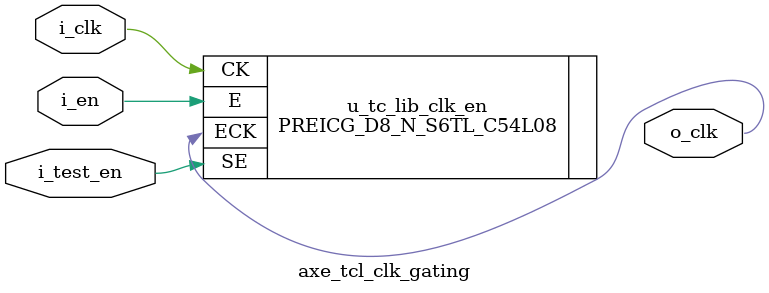
<source format=sv>

module axe_tcl_clk_buffer (
  /// Input clock
  input  wire i_clk,
  /// Output clock
  output wire o_clk
);
  // sf5a does not contain a clock buffer, so back to back inverters
  wire clk;

  CLKINV_D4_N_S6TL_C54L08 u_tc_lib_clk_inv0 (
    .Y(clk),
    .A(i_clk)
  );

  CLKINV_D8_N_S6TL_C54L08 u_tc_lib_clk_inv1 (
    .Y(o_clk),
    .A(clk)
  );
endmodule


/// Clock inverter
///
module axe_tcl_clk_inverter (
  /// Input clock
  input  wire i_clk,
  /// Output clock, negated
  output wire o_clk
);
  CLKINV_D8_N_S6TL_C54L08 u_tc_lib_clk_inv (
    .Y(o_clk),
    .A(i_clk)
  );
endmodule


/// Clock balanced AND
///
module axe_tcl_clk_and2 (
  /// Input clock 0
  input  wire i_clk0,
  /// Input clock 0
  input  wire i_clk1,
  /// Output clock
  output wire o_clk
);
  wire clk;

  NAND2_D4_N_S6TL_C54L08 u_tc_lib_clk_nand (
    .Y(clk),
    .A(i_clk0),
    .B(i_clk1)
  );

  CLKINV_D8_N_S6TL_C54L08 u_tc_lib_clk_inv (
    .Y(o_clk),
    .A(clk)
  );
endmodule


/// Clock balanced OR
///
module axe_tcl_clk_or2 (
  /// Input clock 0
  input  wire i_clk0,
  /// Input clock 0
  input  wire i_clk1,
  /// Output clock
  output wire o_clk
);
  wire clk;

  NOR2_D4_N_S6TL_C54L08 u_tc_lib_clk_nor (
    .Y(clk),
    .A(i_clk0),
    .B(i_clk1)
  );

  CLKINV_D8_N_S6TL_C54L08 u_tc_lib_clk_inv (
    .Y(o_clk),
    .A(clk)
  );
endmodule


/// Clock balanced XOR
///
module axe_tcl_clk_xor2 (
  /// Input clock 0
  input  wire i_clk0,
  /// Input clock 0
  input  wire i_clk1,
  /// Output clock
  output wire o_clk
);
  wire clk;

  XNOR2_D4_N_S6TL_C54L08 u_tc_lib_clk_xnor (
    .Y(clk),
    .A(i_clk0),
    .B(i_clk1)
  );

  CLKINV_D8_N_S6TL_C54L08 u_tc_lib_clk_inv (
    .Y(o_clk),
    .A(clk)
  );
endmodule


/// Clock balanced multiplexer
///
module axe_tcl_clk_mux2 (
  /// Input clock 0
  input  wire i_clk0,
  /// Input clock 0
  input  wire i_clk1,
  // doc sync i_clk
  /// Select input clock
  /// `0`: Select index 0
  /// `1`: Select index 1
  input  logic i_sel,
  // doc async
  /// Output clock
  output wire  o_clk
);
  MXT2_D6_N_S6TL_C54L08 u_tc_lib_clk_mux (
    .Y (o_clk),
    .A (i_clk0),
    .B (i_clk1),
    .S0(i_sel)
  );
endmodule


/// Integrated clock gating cell
///
module axe_tcl_clk_gating (
  /// Clock, positive edge triggered
  input  wire  i_clk,
  // doc sync i_clk
  /// Enable the clock downstream
  input  logic i_en,
  /// Test mode bypass, when 1 the downstream clock is alwways enabled
  input  logic i_test_en,
  // doc async
  /// Output clock
  output wire  o_clk
);
  PREICG_D8_N_S6TL_C54L08 u_tc_lib_clk_en (
    .ECK(o_clk),
    .CK (i_clk),
    .E  (i_en),
    .SE (i_test_en)
  );
endmodule

</source>
